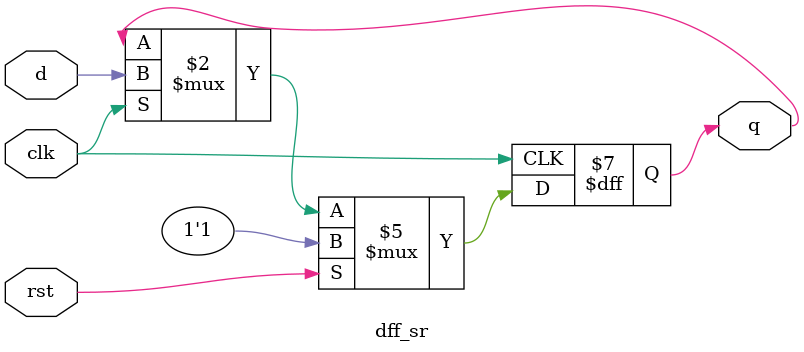
<source format=v>
`timescale 1ns / 1ps


module dff_sr(q,d,clk,rst);
input d,clk,rst;
output reg q;
always @(posedge clk)
if(rst) q <= 1'b1;
else if (clk) q<=d;
endmodule

</source>
